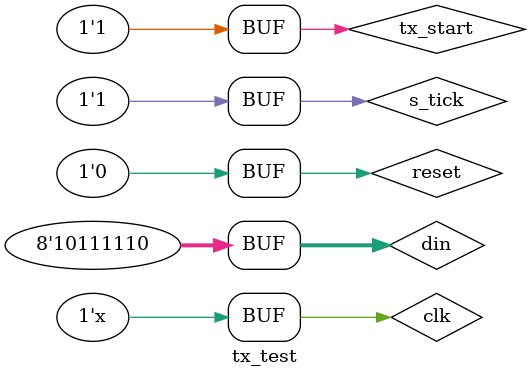
<source format=v>
`timescale 1ns / 1ps


module tx_test;

	// Inputs
	reg clk;
	reg reset;
	reg tx_start;
	reg s_tick;
	reg [7:0] din;

	// Outputs
	wire tx_done_tick;
	wire tx;

	// Instantiate the Unit Under Test (UUT)
	uart_tx uut (
		.clk(clk), 
		.reset(reset), 
		.tx_start(tx_start), 
		.s_tick(s_tick), 
		.din(din), 
		.tx_done_tick(tx_done_tick), 
		.tx(tx)
	);

	initial begin
		// Initialize Inputs
		clk = 0;
		reset = 1;
		tx_start = 0;
		s_tick = 0;
		din = 8'b10111110;

		// Wait 100 ns for global reset to finish
		#100;
		reset = 0;
		s_tick = 1;
		tx_start = 1;
		
        
		// Add stimulus here

	end
	
	always begin
		#5
		clk=~clk;
	end
      
endmodule


</source>
